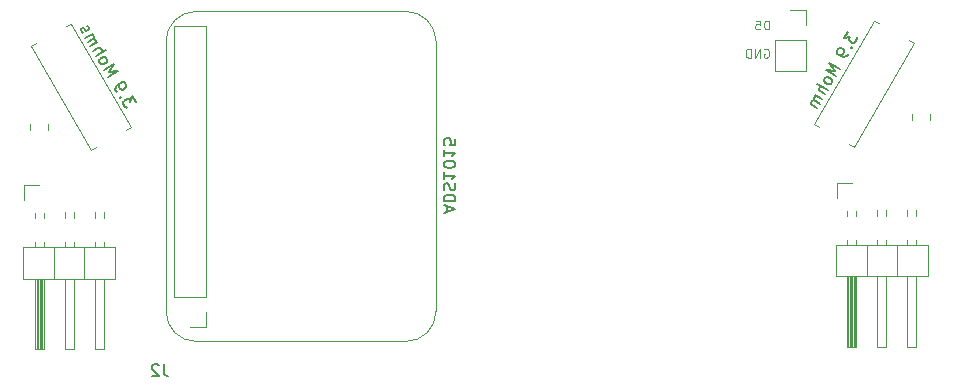
<source format=gbr>
%TF.GenerationSoftware,KiCad,Pcbnew,(7.0.0)*%
%TF.CreationDate,2023-04-06T13:34:31-07:00*%
%TF.ProjectId,Voltage_Sensor_Timer,566f6c74-6167-4655-9f53-656e736f725f,0*%
%TF.SameCoordinates,Original*%
%TF.FileFunction,Legend,Bot*%
%TF.FilePolarity,Positive*%
%FSLAX46Y46*%
G04 Gerber Fmt 4.6, Leading zero omitted, Abs format (unit mm)*
G04 Created by KiCad (PCBNEW (7.0.0)) date 2023-04-06 13:34:31*
%MOMM*%
%LPD*%
G01*
G04 APERTURE LIST*
%ADD10C,0.150000*%
%ADD11C,0.125000*%
%ADD12C,0.120000*%
%ADD13C,0.101600*%
G04 APERTURE END LIST*
D10*
X123792060Y-87913472D02*
X123482536Y-87377361D01*
X123482536Y-87377361D02*
X123319288Y-87856512D01*
X123319288Y-87856512D02*
X123247860Y-87732795D01*
X123247860Y-87732795D02*
X123159001Y-87674125D01*
X123159001Y-87674125D02*
X123093953Y-87656696D01*
X123093953Y-87656696D02*
X122987664Y-87663075D01*
X122987664Y-87663075D02*
X122781468Y-87782123D01*
X122781468Y-87782123D02*
X122722799Y-87870981D01*
X122722799Y-87870981D02*
X122705369Y-87936030D01*
X122705369Y-87936030D02*
X122711749Y-88042318D01*
X122711749Y-88042318D02*
X122854606Y-88289754D01*
X122854606Y-88289754D02*
X122943464Y-88348423D01*
X122943464Y-88348423D02*
X123008513Y-88365853D01*
X122484704Y-87458588D02*
X122419655Y-87441158D01*
X122419655Y-87441158D02*
X122402225Y-87506207D01*
X122402225Y-87506207D02*
X122467274Y-87523637D01*
X122467274Y-87523637D02*
X122484704Y-87458588D01*
X122484704Y-87458588D02*
X122402225Y-87506207D01*
X122140320Y-87052575D02*
X122045082Y-86887618D01*
X122045082Y-86887618D02*
X122038703Y-86781330D01*
X122038703Y-86781330D02*
X122056132Y-86716281D01*
X122056132Y-86716281D02*
X122132231Y-86562374D01*
X122132231Y-86562374D02*
X122273379Y-86425897D01*
X122273379Y-86425897D02*
X122603293Y-86235420D01*
X122603293Y-86235420D02*
X122709582Y-86229041D01*
X122709582Y-86229041D02*
X122774630Y-86246470D01*
X122774630Y-86246470D02*
X122863489Y-86305140D01*
X122863489Y-86305140D02*
X122958727Y-86470097D01*
X122958727Y-86470097D02*
X122965107Y-86576385D01*
X122965107Y-86576385D02*
X122947677Y-86641434D01*
X122947677Y-86641434D02*
X122889008Y-86730292D01*
X122889008Y-86730292D02*
X122682811Y-86849340D01*
X122682811Y-86849340D02*
X122576523Y-86855719D01*
X122576523Y-86855719D02*
X122511474Y-86838290D01*
X122511474Y-86838290D02*
X122422616Y-86779621D01*
X122422616Y-86779621D02*
X122327378Y-86614663D01*
X122327378Y-86614663D02*
X122320998Y-86508375D01*
X122320998Y-86508375D02*
X122338428Y-86443326D01*
X122338428Y-86443326D02*
X122397097Y-86354468D01*
X121387940Y-85749413D02*
X122253965Y-85249413D01*
X122253965Y-85249413D02*
X121468709Y-85317881D01*
X121468709Y-85317881D02*
X121920632Y-84672063D01*
X121920632Y-84672063D02*
X121054606Y-85172063D01*
X120745082Y-84635952D02*
X120833941Y-84694621D01*
X120833941Y-84694621D02*
X120898990Y-84712051D01*
X120898990Y-84712051D02*
X121005278Y-84705671D01*
X121005278Y-84705671D02*
X121252714Y-84562814D01*
X121252714Y-84562814D02*
X121311383Y-84473956D01*
X121311383Y-84473956D02*
X121328812Y-84408907D01*
X121328812Y-84408907D02*
X121322433Y-84302619D01*
X121322433Y-84302619D02*
X121251004Y-84178901D01*
X121251004Y-84178901D02*
X121162146Y-84120232D01*
X121162146Y-84120232D02*
X121097097Y-84102802D01*
X121097097Y-84102802D02*
X120990809Y-84109182D01*
X120990809Y-84109182D02*
X120743373Y-84252039D01*
X120743373Y-84252039D02*
X120684704Y-84340897D01*
X120684704Y-84340897D02*
X120667274Y-84405946D01*
X120667274Y-84405946D02*
X120673654Y-84512234D01*
X120673654Y-84512234D02*
X120745082Y-84635952D01*
X120364130Y-83976123D02*
X121230155Y-83476123D01*
X120149844Y-83604969D02*
X120603477Y-83343065D01*
X120603477Y-83343065D02*
X120709765Y-83336685D01*
X120709765Y-83336685D02*
X120798623Y-83395354D01*
X120798623Y-83395354D02*
X120870052Y-83519072D01*
X120870052Y-83519072D02*
X120876431Y-83625360D01*
X120876431Y-83625360D02*
X120859002Y-83690409D01*
X119911749Y-83192576D02*
X120489099Y-82859243D01*
X120406621Y-82906862D02*
X120424050Y-82841813D01*
X120424050Y-82841813D02*
X120417671Y-82735525D01*
X120417671Y-82735525D02*
X120346242Y-82611807D01*
X120346242Y-82611807D02*
X120257384Y-82553138D01*
X120257384Y-82553138D02*
X120151096Y-82559518D01*
X120151096Y-82559518D02*
X119697463Y-82821423D01*
X120151096Y-82559518D02*
X120209765Y-82470659D01*
X120209765Y-82470659D02*
X120203385Y-82364371D01*
X120203385Y-82364371D02*
X120131956Y-82240653D01*
X120131956Y-82240653D02*
X120043098Y-82181984D01*
X120043098Y-82181984D02*
X119936810Y-82188364D01*
X119936810Y-82188364D02*
X119483178Y-82450269D01*
X119310131Y-82055306D02*
X119221273Y-81996637D01*
X119221273Y-81996637D02*
X119126035Y-81831680D01*
X119126035Y-81831680D02*
X119119655Y-81725391D01*
X119119655Y-81725391D02*
X119178324Y-81636533D01*
X119178324Y-81636533D02*
X119219564Y-81612724D01*
X119219564Y-81612724D02*
X119325852Y-81606344D01*
X119325852Y-81606344D02*
X119414710Y-81665013D01*
X119414710Y-81665013D02*
X119486139Y-81788731D01*
X119486139Y-81788731D02*
X119574997Y-81847400D01*
X119574997Y-81847400D02*
X119681285Y-81841020D01*
X119681285Y-81841020D02*
X119722524Y-81817211D01*
X119722524Y-81817211D02*
X119781193Y-81728352D01*
X119781193Y-81728352D02*
X119774814Y-81622064D01*
X119774814Y-81622064D02*
X119703385Y-81498346D01*
X119703385Y-81498346D02*
X119614527Y-81439677D01*
D11*
X177367428Y-81751785D02*
X177367428Y-81001785D01*
X177367428Y-81001785D02*
X177188857Y-81001785D01*
X177188857Y-81001785D02*
X177081714Y-81037500D01*
X177081714Y-81037500D02*
X177010285Y-81108928D01*
X177010285Y-81108928D02*
X176974571Y-81180357D01*
X176974571Y-81180357D02*
X176938857Y-81323214D01*
X176938857Y-81323214D02*
X176938857Y-81430357D01*
X176938857Y-81430357D02*
X176974571Y-81573214D01*
X176974571Y-81573214D02*
X177010285Y-81644642D01*
X177010285Y-81644642D02*
X177081714Y-81716071D01*
X177081714Y-81716071D02*
X177188857Y-81751785D01*
X177188857Y-81751785D02*
X177367428Y-81751785D01*
X176260285Y-81001785D02*
X176617428Y-81001785D01*
X176617428Y-81001785D02*
X176653142Y-81358928D01*
X176653142Y-81358928D02*
X176617428Y-81323214D01*
X176617428Y-81323214D02*
X176546000Y-81287500D01*
X176546000Y-81287500D02*
X176367428Y-81287500D01*
X176367428Y-81287500D02*
X176296000Y-81323214D01*
X176296000Y-81323214D02*
X176260285Y-81358928D01*
X176260285Y-81358928D02*
X176224571Y-81430357D01*
X176224571Y-81430357D02*
X176224571Y-81608928D01*
X176224571Y-81608928D02*
X176260285Y-81680357D01*
X176260285Y-81680357D02*
X176296000Y-81716071D01*
X176296000Y-81716071D02*
X176367428Y-81751785D01*
X176367428Y-81751785D02*
X176546000Y-81751785D01*
X176546000Y-81751785D02*
X176617428Y-81716071D01*
X176617428Y-81716071D02*
X176653142Y-81680357D01*
D10*
X184040082Y-81937908D02*
X183730558Y-82474019D01*
X183730558Y-82474019D02*
X184227139Y-82375820D01*
X184227139Y-82375820D02*
X184155711Y-82499538D01*
X184155711Y-82499538D02*
X184149331Y-82605826D01*
X184149331Y-82605826D02*
X184166761Y-82670875D01*
X184166761Y-82670875D02*
X184225430Y-82759733D01*
X184225430Y-82759733D02*
X184431626Y-82878781D01*
X184431626Y-82878781D02*
X184537914Y-82885161D01*
X184537914Y-82885161D02*
X184602963Y-82867731D01*
X184602963Y-82867731D02*
X184691822Y-82809062D01*
X184691822Y-82809062D02*
X184834679Y-82561626D01*
X184834679Y-82561626D02*
X184841058Y-82455338D01*
X184841058Y-82455338D02*
X184823629Y-82390289D01*
X184299819Y-83297554D02*
X184317249Y-83362602D01*
X184317249Y-83362602D02*
X184382298Y-83345173D01*
X184382298Y-83345173D02*
X184364868Y-83280124D01*
X184364868Y-83280124D02*
X184299819Y-83297554D01*
X184299819Y-83297554D02*
X184382298Y-83345173D01*
X184120393Y-83798805D02*
X184025155Y-83963762D01*
X184025155Y-83963762D02*
X183936297Y-84022431D01*
X183936297Y-84022431D02*
X183871248Y-84039861D01*
X183871248Y-84039861D02*
X183699911Y-84050911D01*
X183699911Y-84050911D02*
X183511144Y-83996912D01*
X183511144Y-83996912D02*
X183181230Y-83806436D01*
X183181230Y-83806436D02*
X183122561Y-83717577D01*
X183122561Y-83717577D02*
X183105131Y-83652529D01*
X183105131Y-83652529D02*
X183111511Y-83546240D01*
X183111511Y-83546240D02*
X183206749Y-83381283D01*
X183206749Y-83381283D02*
X183295607Y-83322614D01*
X183295607Y-83322614D02*
X183360656Y-83305184D01*
X183360656Y-83305184D02*
X183466944Y-83311564D01*
X183466944Y-83311564D02*
X183673141Y-83430612D01*
X183673141Y-83430612D02*
X183731810Y-83519470D01*
X183731810Y-83519470D02*
X183749239Y-83584519D01*
X183749239Y-83584519D02*
X183742860Y-83690807D01*
X183742860Y-83690807D02*
X183647622Y-83855764D01*
X183647622Y-83855764D02*
X183558763Y-83914433D01*
X183558763Y-83914433D02*
X183493714Y-83931863D01*
X183493714Y-83931863D02*
X183387426Y-83925483D01*
X183368012Y-85101967D02*
X182501987Y-84601967D01*
X182501987Y-84601967D02*
X182953910Y-85247785D01*
X182953910Y-85247785D02*
X182168654Y-85179317D01*
X182168654Y-85179317D02*
X183034679Y-85679317D01*
X182725155Y-86215428D02*
X182731535Y-86109140D01*
X182731535Y-86109140D02*
X182714105Y-86044091D01*
X182714105Y-86044091D02*
X182655436Y-85955232D01*
X182655436Y-85955232D02*
X182408000Y-85812375D01*
X182408000Y-85812375D02*
X182301712Y-85805996D01*
X182301712Y-85805996D02*
X182236663Y-85823425D01*
X182236663Y-85823425D02*
X182147805Y-85882094D01*
X182147805Y-85882094D02*
X182076376Y-86005812D01*
X182076376Y-86005812D02*
X182069997Y-86112100D01*
X182069997Y-86112100D02*
X182087426Y-86177149D01*
X182087426Y-86177149D02*
X182146095Y-86266008D01*
X182146095Y-86266008D02*
X182393531Y-86408865D01*
X182393531Y-86408865D02*
X182499819Y-86415245D01*
X182499819Y-86415245D02*
X182564868Y-86397815D01*
X182564868Y-86397815D02*
X182653727Y-86339146D01*
X182653727Y-86339146D02*
X182725155Y-86215428D01*
X182344203Y-86875257D02*
X181478177Y-86375257D01*
X182129917Y-87246410D02*
X181676285Y-86984506D01*
X181676285Y-86984506D02*
X181617616Y-86895647D01*
X181617616Y-86895647D02*
X181623995Y-86789359D01*
X181623995Y-86789359D02*
X181695424Y-86665641D01*
X181695424Y-86665641D02*
X181784282Y-86606972D01*
X181784282Y-86606972D02*
X181849331Y-86589542D01*
X181891822Y-87658804D02*
X181314471Y-87325470D01*
X181396950Y-87373089D02*
X181331901Y-87390519D01*
X181331901Y-87390519D02*
X181243043Y-87449188D01*
X181243043Y-87449188D02*
X181171614Y-87572906D01*
X181171614Y-87572906D02*
X181165235Y-87679194D01*
X181165235Y-87679194D02*
X181223904Y-87768053D01*
X181223904Y-87768053D02*
X181677536Y-88029957D01*
X181223904Y-87768053D02*
X181117616Y-87761673D01*
X181117616Y-87761673D02*
X181028757Y-87820342D01*
X181028757Y-87820342D02*
X180957329Y-87944060D01*
X180957329Y-87944060D02*
X180950949Y-88050348D01*
X180950949Y-88050348D02*
X181009618Y-88139206D01*
X181009618Y-88139206D02*
X181463250Y-88401111D01*
D11*
X176974571Y-83450500D02*
X177046000Y-83414785D01*
X177046000Y-83414785D02*
X177153142Y-83414785D01*
X177153142Y-83414785D02*
X177260285Y-83450500D01*
X177260285Y-83450500D02*
X177331714Y-83521928D01*
X177331714Y-83521928D02*
X177367428Y-83593357D01*
X177367428Y-83593357D02*
X177403142Y-83736214D01*
X177403142Y-83736214D02*
X177403142Y-83843357D01*
X177403142Y-83843357D02*
X177367428Y-83986214D01*
X177367428Y-83986214D02*
X177331714Y-84057642D01*
X177331714Y-84057642D02*
X177260285Y-84129071D01*
X177260285Y-84129071D02*
X177153142Y-84164785D01*
X177153142Y-84164785D02*
X177081714Y-84164785D01*
X177081714Y-84164785D02*
X176974571Y-84129071D01*
X176974571Y-84129071D02*
X176938857Y-84093357D01*
X176938857Y-84093357D02*
X176938857Y-83843357D01*
X176938857Y-83843357D02*
X177081714Y-83843357D01*
X176617428Y-84164785D02*
X176617428Y-83414785D01*
X176617428Y-83414785D02*
X176188857Y-84164785D01*
X176188857Y-84164785D02*
X176188857Y-83414785D01*
X175831714Y-84164785D02*
X175831714Y-83414785D01*
X175831714Y-83414785D02*
X175653143Y-83414785D01*
X175653143Y-83414785D02*
X175546000Y-83450500D01*
X175546000Y-83450500D02*
X175474571Y-83521928D01*
X175474571Y-83521928D02*
X175438857Y-83593357D01*
X175438857Y-83593357D02*
X175403143Y-83736214D01*
X175403143Y-83736214D02*
X175403143Y-83843357D01*
X175403143Y-83843357D02*
X175438857Y-83986214D01*
X175438857Y-83986214D02*
X175474571Y-84057642D01*
X175474571Y-84057642D02*
X175546000Y-84129071D01*
X175546000Y-84129071D02*
X175653143Y-84164785D01*
X175653143Y-84164785D02*
X175831714Y-84164785D01*
D10*
X150109333Y-97218523D02*
X150109333Y-96742333D01*
X149823619Y-97313761D02*
X150823619Y-96980428D01*
X150823619Y-96980428D02*
X149823619Y-96647095D01*
X149823619Y-96313761D02*
X150823619Y-96313761D01*
X150823619Y-96313761D02*
X150823619Y-96075666D01*
X150823619Y-96075666D02*
X150776000Y-95932809D01*
X150776000Y-95932809D02*
X150680761Y-95837571D01*
X150680761Y-95837571D02*
X150585523Y-95789952D01*
X150585523Y-95789952D02*
X150395047Y-95742333D01*
X150395047Y-95742333D02*
X150252190Y-95742333D01*
X150252190Y-95742333D02*
X150061714Y-95789952D01*
X150061714Y-95789952D02*
X149966476Y-95837571D01*
X149966476Y-95837571D02*
X149871238Y-95932809D01*
X149871238Y-95932809D02*
X149823619Y-96075666D01*
X149823619Y-96075666D02*
X149823619Y-96313761D01*
X149871238Y-95361380D02*
X149823619Y-95218523D01*
X149823619Y-95218523D02*
X149823619Y-94980428D01*
X149823619Y-94980428D02*
X149871238Y-94885190D01*
X149871238Y-94885190D02*
X149918857Y-94837571D01*
X149918857Y-94837571D02*
X150014095Y-94789952D01*
X150014095Y-94789952D02*
X150109333Y-94789952D01*
X150109333Y-94789952D02*
X150204571Y-94837571D01*
X150204571Y-94837571D02*
X150252190Y-94885190D01*
X150252190Y-94885190D02*
X150299809Y-94980428D01*
X150299809Y-94980428D02*
X150347428Y-95170904D01*
X150347428Y-95170904D02*
X150395047Y-95266142D01*
X150395047Y-95266142D02*
X150442666Y-95313761D01*
X150442666Y-95313761D02*
X150537904Y-95361380D01*
X150537904Y-95361380D02*
X150633142Y-95361380D01*
X150633142Y-95361380D02*
X150728380Y-95313761D01*
X150728380Y-95313761D02*
X150776000Y-95266142D01*
X150776000Y-95266142D02*
X150823619Y-95170904D01*
X150823619Y-95170904D02*
X150823619Y-94932809D01*
X150823619Y-94932809D02*
X150776000Y-94789952D01*
X149823619Y-93837571D02*
X149823619Y-94408999D01*
X149823619Y-94123285D02*
X150823619Y-94123285D01*
X150823619Y-94123285D02*
X150680761Y-94218523D01*
X150680761Y-94218523D02*
X150585523Y-94313761D01*
X150585523Y-94313761D02*
X150537904Y-94408999D01*
X150823619Y-93218523D02*
X150823619Y-93123285D01*
X150823619Y-93123285D02*
X150776000Y-93028047D01*
X150776000Y-93028047D02*
X150728380Y-92980428D01*
X150728380Y-92980428D02*
X150633142Y-92932809D01*
X150633142Y-92932809D02*
X150442666Y-92885190D01*
X150442666Y-92885190D02*
X150204571Y-92885190D01*
X150204571Y-92885190D02*
X150014095Y-92932809D01*
X150014095Y-92932809D02*
X149918857Y-92980428D01*
X149918857Y-92980428D02*
X149871238Y-93028047D01*
X149871238Y-93028047D02*
X149823619Y-93123285D01*
X149823619Y-93123285D02*
X149823619Y-93218523D01*
X149823619Y-93218523D02*
X149871238Y-93313761D01*
X149871238Y-93313761D02*
X149918857Y-93361380D01*
X149918857Y-93361380D02*
X150014095Y-93408999D01*
X150014095Y-93408999D02*
X150204571Y-93456618D01*
X150204571Y-93456618D02*
X150442666Y-93456618D01*
X150442666Y-93456618D02*
X150633142Y-93408999D01*
X150633142Y-93408999D02*
X150728380Y-93361380D01*
X150728380Y-93361380D02*
X150776000Y-93313761D01*
X150776000Y-93313761D02*
X150823619Y-93218523D01*
X149823619Y-91932809D02*
X149823619Y-92504237D01*
X149823619Y-92218523D02*
X150823619Y-92218523D01*
X150823619Y-92218523D02*
X150680761Y-92313761D01*
X150680761Y-92313761D02*
X150585523Y-92408999D01*
X150585523Y-92408999D02*
X150537904Y-92504237D01*
X150823619Y-91028047D02*
X150823619Y-91504237D01*
X150823619Y-91504237D02*
X150347428Y-91551856D01*
X150347428Y-91551856D02*
X150395047Y-91504237D01*
X150395047Y-91504237D02*
X150442666Y-91408999D01*
X150442666Y-91408999D02*
X150442666Y-91170904D01*
X150442666Y-91170904D02*
X150395047Y-91075666D01*
X150395047Y-91075666D02*
X150347428Y-91028047D01*
X150347428Y-91028047D02*
X150252190Y-90980428D01*
X150252190Y-90980428D02*
X150014095Y-90980428D01*
X150014095Y-90980428D02*
X149918857Y-91028047D01*
X149918857Y-91028047D02*
X149871238Y-91075666D01*
X149871238Y-91075666D02*
X149823619Y-91170904D01*
X149823619Y-91170904D02*
X149823619Y-91408999D01*
X149823619Y-91408999D02*
X149871238Y-91504237D01*
X149871238Y-91504237D02*
X149918857Y-91551856D01*
%TO.C,J2*%
X126135854Y-110089359D02*
X126135854Y-110803645D01*
X126135854Y-110803645D02*
X126183473Y-110946502D01*
X126183473Y-110946502D02*
X126278711Y-111041740D01*
X126278711Y-111041740D02*
X126421568Y-111089359D01*
X126421568Y-111089359D02*
X126516806Y-111089359D01*
X125707282Y-110184598D02*
X125659663Y-110136979D01*
X125659663Y-110136979D02*
X125564425Y-110089359D01*
X125564425Y-110089359D02*
X125326330Y-110089359D01*
X125326330Y-110089359D02*
X125231092Y-110136979D01*
X125231092Y-110136979D02*
X125183473Y-110184598D01*
X125183473Y-110184598D02*
X125135854Y-110279836D01*
X125135854Y-110279836D02*
X125135854Y-110375074D01*
X125135854Y-110375074D02*
X125183473Y-110517931D01*
X125183473Y-110517931D02*
X125754901Y-111089359D01*
X125754901Y-111089359D02*
X125135854Y-111089359D01*
D12*
%TO.C,R2*%
X189617769Y-82929252D02*
X184547769Y-91710749D01*
X189202077Y-82689252D02*
X189617769Y-82929252D01*
X186707923Y-81249252D02*
X186292231Y-81009252D01*
X186292231Y-81009252D02*
X181222231Y-89790749D01*
X184547769Y-91710749D02*
X184132077Y-91470749D01*
X181222231Y-89790749D02*
X181637923Y-90030749D01*
D13*
%TO.C,J2*%
X126327780Y-82768724D02*
X126327780Y-105628724D01*
D12*
X127012521Y-81451979D02*
X129672521Y-81451979D01*
X127012521Y-104371979D02*
X127012521Y-81451979D01*
X127012521Y-104371979D02*
X129672521Y-104371979D01*
X128342521Y-106971979D02*
X129672521Y-106971979D01*
D13*
X128867780Y-108168724D02*
X146647780Y-108168724D01*
D12*
X129672521Y-104371979D02*
X129672521Y-81451979D01*
X129672521Y-106971979D02*
X129672521Y-105641979D01*
D13*
X146647780Y-80228724D02*
X128867780Y-80228724D01*
X149187780Y-105628724D02*
X149187780Y-82768724D01*
X128867780Y-80228724D02*
G75*
G03*
X126327780Y-82768724I1J-2540001D01*
G01*
X126327780Y-105628724D02*
G75*
G03*
X128867780Y-108168724I2540001J1D01*
G01*
X149187776Y-82768724D02*
G75*
G03*
X146647780Y-80228724I-2539955J45D01*
G01*
X146647780Y-108168718D02*
G75*
G03*
X149187780Y-105628724I1J2539999D01*
G01*
D12*
%TO.C,R4*%
X116305000Y-89792436D02*
X116305000Y-90246564D01*
X114835000Y-89792436D02*
X114835000Y-90246564D01*
%TO.C,J1*%
X115585000Y-94934000D02*
X114315000Y-94934000D01*
X114315000Y-94934000D02*
X114315000Y-96204000D01*
X121045000Y-97246929D02*
X121045000Y-97701071D01*
X120285000Y-97246929D02*
X120285000Y-97701071D01*
X118505000Y-97246929D02*
X118505000Y-97701071D01*
X117745000Y-97246929D02*
X117745000Y-97701071D01*
X115965000Y-97314000D02*
X115965000Y-97701071D01*
X115205000Y-97314000D02*
X115205000Y-97701071D01*
X121045000Y-99786929D02*
X121045000Y-100184000D01*
X120285000Y-99786929D02*
X120285000Y-100184000D01*
X118505000Y-99786929D02*
X118505000Y-100184000D01*
X117745000Y-99786929D02*
X117745000Y-100184000D01*
X115965000Y-99786929D02*
X115965000Y-100184000D01*
X115205000Y-99786929D02*
X115205000Y-100184000D01*
X121995000Y-100184000D02*
X121995000Y-102844000D01*
X119395000Y-100184000D02*
X119395000Y-102844000D01*
X116855000Y-100184000D02*
X116855000Y-102844000D01*
X114255000Y-100184000D02*
X121995000Y-100184000D01*
X121995000Y-102844000D02*
X114255000Y-102844000D01*
X120285000Y-102844000D02*
X120285000Y-108844000D01*
X117745000Y-102844000D02*
X117745000Y-108844000D01*
X115865000Y-102844000D02*
X115865000Y-108844000D01*
X115745000Y-102844000D02*
X115745000Y-108844000D01*
X115625000Y-102844000D02*
X115625000Y-108844000D01*
X115505000Y-102844000D02*
X115505000Y-108844000D01*
X115385000Y-102844000D02*
X115385000Y-108844000D01*
X115265000Y-102844000D02*
X115265000Y-108844000D01*
X115205000Y-102844000D02*
X115205000Y-108844000D01*
X114255000Y-102844000D02*
X114255000Y-100184000D01*
X121045000Y-108844000D02*
X121045000Y-102844000D01*
X120285000Y-108844000D02*
X121045000Y-108844000D01*
X118505000Y-108844000D02*
X118505000Y-102844000D01*
X117745000Y-108844000D02*
X118505000Y-108844000D01*
X115965000Y-108844000D02*
X115965000Y-102844000D01*
X115205000Y-108844000D02*
X115965000Y-108844000D01*
%TO.C,J4*%
X184404000Y-94742000D02*
X183134000Y-94742000D01*
X183134000Y-94742000D02*
X183134000Y-96012000D01*
X189864000Y-97054929D02*
X189864000Y-97509071D01*
X189104000Y-97054929D02*
X189104000Y-97509071D01*
X187324000Y-97054929D02*
X187324000Y-97509071D01*
X186564000Y-97054929D02*
X186564000Y-97509071D01*
X184784000Y-97122000D02*
X184784000Y-97509071D01*
X184024000Y-97122000D02*
X184024000Y-97509071D01*
X189864000Y-99594929D02*
X189864000Y-99992000D01*
X189104000Y-99594929D02*
X189104000Y-99992000D01*
X187324000Y-99594929D02*
X187324000Y-99992000D01*
X186564000Y-99594929D02*
X186564000Y-99992000D01*
X184784000Y-99594929D02*
X184784000Y-99992000D01*
X184024000Y-99594929D02*
X184024000Y-99992000D01*
X190814000Y-99992000D02*
X190814000Y-102652000D01*
X188214000Y-99992000D02*
X188214000Y-102652000D01*
X185674000Y-99992000D02*
X185674000Y-102652000D01*
X183074000Y-99992000D02*
X190814000Y-99992000D01*
X190814000Y-102652000D02*
X183074000Y-102652000D01*
X189104000Y-102652000D02*
X189104000Y-108652000D01*
X186564000Y-102652000D02*
X186564000Y-108652000D01*
X184684000Y-102652000D02*
X184684000Y-108652000D01*
X184564000Y-102652000D02*
X184564000Y-108652000D01*
X184444000Y-102652000D02*
X184444000Y-108652000D01*
X184324000Y-102652000D02*
X184324000Y-108652000D01*
X184204000Y-102652000D02*
X184204000Y-108652000D01*
X184084000Y-102652000D02*
X184084000Y-108652000D01*
X184024000Y-102652000D02*
X184024000Y-108652000D01*
X183074000Y-102652000D02*
X183074000Y-99992000D01*
X189864000Y-108652000D02*
X189864000Y-102652000D01*
X189104000Y-108652000D02*
X189864000Y-108652000D01*
X187324000Y-108652000D02*
X187324000Y-102652000D01*
X186564000Y-108652000D02*
X187324000Y-108652000D01*
X184784000Y-108652000D02*
X184784000Y-102652000D01*
X184024000Y-108652000D02*
X184784000Y-108652000D01*
%TO.C,R1*%
X190981000Y-88926936D02*
X190981000Y-89381064D01*
X189511000Y-88926936D02*
X189511000Y-89381064D01*
%TO.C,R3*%
X118253769Y-81263252D02*
X123323769Y-90044749D01*
X117838077Y-81503252D02*
X118253769Y-81263252D01*
X115343923Y-82943252D02*
X114928231Y-83183252D01*
X114928231Y-83183252D02*
X119998231Y-91964749D01*
X123323769Y-90044749D02*
X122908077Y-90284749D01*
X119998231Y-91964749D02*
X120413923Y-91724749D01*
%TO.C,J3*%
X180527000Y-85277000D02*
X177867000Y-85277000D01*
X180527000Y-82677000D02*
X180527000Y-85277000D01*
X180527000Y-82677000D02*
X177867000Y-82677000D01*
X180527000Y-81407000D02*
X180527000Y-80077000D01*
X180527000Y-80077000D02*
X179197000Y-80077000D01*
X177867000Y-82677000D02*
X177867000Y-85277000D01*
%TD*%
M02*

</source>
